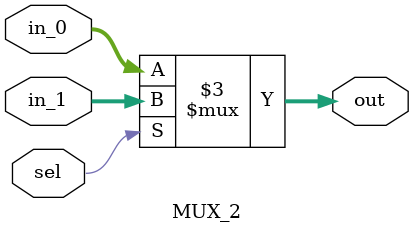
<source format=v>
`timescale 1ns / 1ps

module MUX_2
#(parameter data_length = 27)
	(
	input wire [data_length - 1 : 0] in_0,
	input wire [data_length - 1 : 0] in_1,
	input wire  sel,
	
	output reg [data_length - 1 : 0] out
    );
	
	always @(*)
	begin
		if(sel)
			out = in_1;
		else
			out = in_0;
	end

endmodule

</source>
